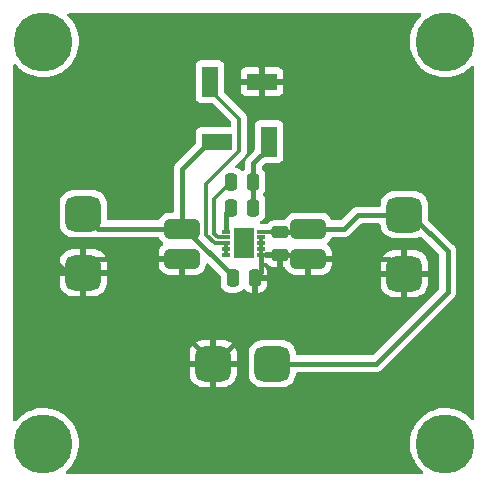
<source format=gtl>
%TF.GenerationSoftware,KiCad,Pcbnew,(6.0.2)*%
%TF.CreationDate,2022-04-05T13:44:54-03:00*%
%TF.ProjectId,EM8900,454d3839-3030-42e6-9b69-6361645f7063,rev?*%
%TF.SameCoordinates,PX5f5e100PY8583b00*%
%TF.FileFunction,Copper,L1,Top*%
%TF.FilePolarity,Positive*%
%FSLAX46Y46*%
G04 Gerber Fmt 4.6, Leading zero omitted, Abs format (unit mm)*
G04 Created by KiCad (PCBNEW (6.0.2)) date 2022-04-05 13:44:54*
%MOMM*%
%LPD*%
G01*
G04 APERTURE LIST*
G04 Aperture macros list*
%AMRoundRect*
0 Rectangle with rounded corners*
0 $1 Rounding radius*
0 $2 $3 $4 $5 $6 $7 $8 $9 X,Y pos of 4 corners*
0 Add a 4 corners polygon primitive as box body*
4,1,4,$2,$3,$4,$5,$6,$7,$8,$9,$2,$3,0*
0 Add four circle primitives for the rounded corners*
1,1,$1+$1,$2,$3*
1,1,$1+$1,$4,$5*
1,1,$1+$1,$6,$7*
1,1,$1+$1,$8,$9*
0 Add four rect primitives between the rounded corners*
20,1,$1+$1,$2,$3,$4,$5,0*
20,1,$1+$1,$4,$5,$6,$7,0*
20,1,$1+$1,$6,$7,$8,$9,0*
20,1,$1+$1,$8,$9,$2,$3,0*%
G04 Aperture macros list end*
%TA.AperFunction,SMDPad,CuDef*%
%ADD10RoundRect,0.250000X-0.250000X-0.475000X0.250000X-0.475000X0.250000X0.475000X-0.250000X0.475000X0*%
%TD*%
%TA.AperFunction,SMDPad,CuDef*%
%ADD11RoundRect,0.250000X0.475000X-0.250000X0.475000X0.250000X-0.475000X0.250000X-0.475000X-0.250000X0*%
%TD*%
%TA.AperFunction,SMDPad,CuDef*%
%ADD12R,0.800000X0.300000*%
%TD*%
%TA.AperFunction,SMDPad,CuDef*%
%ADD13R,1.800000X2.500000*%
%TD*%
%TA.AperFunction,ComponentPad*%
%ADD14RoundRect,0.750000X-0.750000X0.750000X-0.750000X-0.750000X0.750000X-0.750000X0.750000X0.750000X0*%
%TD*%
%TA.AperFunction,ComponentPad*%
%ADD15RoundRect,0.425000X-1.075000X-0.425000X1.075000X-0.425000X1.075000X0.425000X-1.075000X0.425000X0*%
%TD*%
%TA.AperFunction,SMDPad,CuDef*%
%ADD16R,1.400000X2.600000*%
%TD*%
%TA.AperFunction,SMDPad,CuDef*%
%ADD17R,2.600000X1.400000*%
%TD*%
%TA.AperFunction,ComponentPad*%
%ADD18RoundRect,0.750000X0.750000X-0.750000X0.750000X0.750000X-0.750000X0.750000X-0.750000X-0.750000X0*%
%TD*%
%TA.AperFunction,SMDPad,CuDef*%
%ADD19RoundRect,0.250000X0.250000X0.475000X-0.250000X0.475000X-0.250000X-0.475000X0.250000X-0.475000X0*%
%TD*%
%TA.AperFunction,ComponentPad*%
%ADD20RoundRect,0.750000X0.750000X0.750000X-0.750000X0.750000X-0.750000X-0.750000X0.750000X-0.750000X0*%
%TD*%
%TA.AperFunction,ComponentPad*%
%ADD21C,5.000000*%
%TD*%
%TA.AperFunction,Conductor*%
%ADD22C,0.400000*%
%TD*%
%TA.AperFunction,Conductor*%
%ADD23C,0.300000*%
%TD*%
G04 APERTURE END LIST*
D10*
X18938000Y23033000D03*
X20838000Y23033000D03*
X18938000Y25192000D03*
X20838000Y25192000D03*
D11*
X23063000Y19035000D03*
X23063000Y20935000D03*
D12*
X18500000Y21000000D03*
X18500000Y20500000D03*
X18500000Y20000000D03*
X18500000Y19500000D03*
X18500000Y19000000D03*
X21500000Y19000000D03*
X21500000Y19500000D03*
X21500000Y20000000D03*
X21500000Y20500000D03*
X21500000Y21000000D03*
D13*
X20000000Y20000000D03*
D14*
X6426000Y22525000D03*
X6426000Y17525000D03*
D15*
X14808000Y21255000D03*
X14808000Y18715000D03*
X25476000Y21255000D03*
X25476000Y18715000D03*
D16*
X22150000Y28621000D03*
D17*
X21550000Y33701000D03*
D16*
X17150000Y33701000D03*
D17*
X17750000Y28621000D03*
D18*
X33604000Y17445000D03*
X33604000Y22445000D03*
D19*
X20965000Y17064000D03*
X19065000Y17064000D03*
D20*
X22428000Y9825000D03*
X17428000Y9825000D03*
D21*
X3048000Y3048000D03*
X37084000Y37084000D03*
X3048000Y37084000D03*
X37084000Y3048000D03*
D22*
X15062000Y21255000D02*
X14808000Y21255000D01*
X19065000Y17064000D02*
X19065000Y17252000D01*
X17094000Y28621000D02*
X17750000Y28621000D01*
X7696000Y21255000D02*
X6426000Y22525000D01*
X14808000Y26335000D02*
X17094000Y28621000D01*
X19065000Y17252000D02*
X15062000Y21255000D01*
X14808000Y21255000D02*
X7696000Y21255000D01*
X14808000Y21255000D02*
X14808000Y26335000D01*
X32334000Y18715000D02*
X33604000Y17445000D01*
X5076000Y17525000D02*
X6426000Y17525000D01*
X23190000Y19035000D02*
X25029000Y19035000D01*
X7616000Y18715000D02*
X6426000Y17525000D01*
X21500000Y17599000D02*
X21500000Y19000000D01*
X21550000Y34833000D02*
X19634000Y36749000D01*
X3124000Y27351000D02*
X3124000Y19477000D01*
X14808000Y12492000D02*
X17475000Y9825000D01*
X3124000Y19477000D02*
X5076000Y17525000D01*
X23155000Y19000000D02*
X23190000Y19035000D01*
D23*
X21500000Y20500000D02*
X21500000Y19000000D01*
D22*
X12522000Y36749000D02*
X3124000Y27351000D01*
X20965000Y17064000D02*
X20965000Y13315000D01*
X20965000Y17064000D02*
X21500000Y17599000D01*
X20965000Y13315000D02*
X17475000Y9825000D01*
X21550000Y33701000D02*
X21550000Y34833000D01*
X25349000Y18715000D02*
X32334000Y18715000D01*
X25029000Y19035000D02*
X25349000Y18715000D01*
X19634000Y36749000D02*
X12522000Y36749000D01*
X14808000Y18715000D02*
X14808000Y12492000D01*
X14808000Y18715000D02*
X7616000Y18715000D01*
X20838000Y25192000D02*
X20838000Y26777000D01*
X22150000Y28089000D02*
X22150000Y28621000D01*
X20838000Y26777000D02*
X22150000Y28089000D01*
X20838000Y23033000D02*
X20838000Y25192000D01*
X18500000Y22595000D02*
X18500000Y21050001D01*
X18938000Y23033000D02*
X18500000Y22595000D01*
D23*
X17475000Y23729000D02*
X18938000Y25192000D01*
X17800000Y20500000D02*
X17475000Y20825000D01*
X17475000Y20825000D02*
X17475000Y23729000D01*
X18500000Y20500000D02*
X17800000Y20500000D01*
D22*
X22475000Y9825000D02*
X31191000Y9825000D01*
X37287000Y19350000D02*
X34192000Y22445000D01*
D23*
X21500000Y21000000D02*
X23125000Y21000000D01*
D22*
X23190000Y20935000D02*
X25029000Y20935000D01*
X37287000Y15921000D02*
X37287000Y19350000D01*
X34192000Y22445000D02*
X33604000Y22445000D01*
X28524000Y21255000D02*
X29667000Y22398000D01*
X29667000Y22398000D02*
X33557000Y22398000D01*
X33557000Y22398000D02*
X33604000Y22445000D01*
X25029000Y20935000D02*
X25349000Y21255000D01*
X25349000Y21255000D02*
X28524000Y21255000D01*
D23*
X23125000Y21000000D02*
X23190000Y20935000D01*
D22*
X31191000Y9825000D02*
X37287000Y15921000D01*
D23*
X18500000Y20000000D02*
X18500000Y19000000D01*
X18500000Y20000000D02*
X17592880Y20000000D01*
X16840000Y20752880D02*
X16840000Y25065000D01*
X19634000Y27859000D02*
X19634000Y30526000D01*
X17150000Y33010000D02*
X17150000Y33701000D01*
X19634000Y30526000D02*
X17150000Y33010000D01*
X16840000Y25065000D02*
X19634000Y27859000D01*
X17592880Y20000000D02*
X16840000Y20752880D01*
%TA.AperFunction,Conductor*%
G36*
X35000381Y39471998D02*
G01*
X35046874Y39418342D01*
X35056978Y39348068D01*
X35027484Y39283488D01*
X35021822Y39277373D01*
X34823466Y39076929D01*
X34821225Y39074071D01*
X34764732Y39002022D01*
X34609386Y38803902D01*
X34607493Y38800813D01*
X34607491Y38800810D01*
X34561233Y38725324D01*
X34428105Y38508079D01*
X34426580Y38504794D01*
X34426578Y38504790D01*
X34387505Y38420614D01*
X34282027Y38193380D01*
X34173087Y37863977D01*
X34102730Y37524236D01*
X34071888Y37178659D01*
X34071983Y37175029D01*
X34071983Y37175028D01*
X34074367Y37084000D01*
X34080970Y36831829D01*
X34129856Y36488340D01*
X34217897Y36152747D01*
X34343927Y35829497D01*
X34345624Y35826292D01*
X34479113Y35574175D01*
X34506275Y35522874D01*
X34508325Y35519891D01*
X34508327Y35519888D01*
X34700733Y35239936D01*
X34700739Y35239929D01*
X34702790Y35236944D01*
X34705178Y35234207D01*
X34908597Y35001023D01*
X34930866Y34975495D01*
X34933551Y34973052D01*
X35143268Y34782225D01*
X35187481Y34741994D01*
X35469233Y34539534D01*
X35772388Y34370800D01*
X36092928Y34238028D01*
X36096422Y34237033D01*
X36096424Y34237032D01*
X36423103Y34143975D01*
X36423108Y34143974D01*
X36426604Y34142978D01*
X36623304Y34110767D01*
X36765412Y34087496D01*
X36765419Y34087495D01*
X36768993Y34086910D01*
X36942275Y34078738D01*
X37111931Y34070737D01*
X37111932Y34070737D01*
X37115558Y34070566D01*
X37124415Y34071170D01*
X37458073Y34093916D01*
X37458081Y34093917D01*
X37461704Y34094164D01*
X37465279Y34094827D01*
X37465282Y34094827D01*
X37799279Y34156730D01*
X37799283Y34156731D01*
X37802844Y34157391D01*
X38134456Y34259408D01*
X38452145Y34398864D01*
X38543909Y34452486D01*
X38748560Y34572074D01*
X38748562Y34572075D01*
X38751700Y34573909D01*
X38859236Y34654649D01*
X39026244Y34780042D01*
X39026248Y34780045D01*
X39029151Y34782225D01*
X39259715Y35001023D01*
X39279267Y35019577D01*
X39342449Y35051959D01*
X39413108Y35045043D01*
X39468810Y35001023D01*
X39492000Y34928180D01*
X39492000Y5197102D01*
X39471998Y5128981D01*
X39418342Y5082488D01*
X39348068Y5072384D01*
X39283488Y5101878D01*
X39273712Y5111319D01*
X39169842Y5223096D01*
X38906019Y5448422D01*
X38618047Y5641931D01*
X38309741Y5801060D01*
X37985189Y5923698D01*
X37981668Y5924582D01*
X37981663Y5924584D01*
X37820378Y5965096D01*
X37648692Y6008220D01*
X37626476Y6011145D01*
X37308315Y6053032D01*
X37308307Y6053033D01*
X37304711Y6053506D01*
X37160045Y6055779D01*
X36961446Y6058899D01*
X36961442Y6058899D01*
X36957804Y6058956D01*
X36954190Y6058595D01*
X36954184Y6058595D01*
X36710843Y6034306D01*
X36612569Y6024497D01*
X36273583Y5950586D01*
X36270156Y5949413D01*
X36270150Y5949411D01*
X36191296Y5922413D01*
X35945339Y5838203D01*
X35632188Y5688837D01*
X35338279Y5504468D01*
X35335443Y5502196D01*
X35335436Y5502191D01*
X35091384Y5306668D01*
X35067509Y5287541D01*
X34823466Y5040929D01*
X34821225Y5038071D01*
X34764732Y4966022D01*
X34609386Y4767902D01*
X34607493Y4764813D01*
X34607491Y4764810D01*
X34561233Y4689324D01*
X34428105Y4472079D01*
X34426580Y4468794D01*
X34426578Y4468790D01*
X34387505Y4384614D01*
X34282027Y4157380D01*
X34173087Y3827977D01*
X34102730Y3488236D01*
X34071888Y3142659D01*
X34071983Y3139029D01*
X34071983Y3139028D01*
X34074367Y3048000D01*
X34080970Y2795829D01*
X34129856Y2452340D01*
X34217897Y2116747D01*
X34343927Y1793497D01*
X34345624Y1790292D01*
X34479113Y1538175D01*
X34506275Y1486874D01*
X34508325Y1483891D01*
X34508327Y1483888D01*
X34700733Y1203936D01*
X34700739Y1203929D01*
X34702790Y1200944D01*
X34705178Y1198207D01*
X34908597Y965023D01*
X34930866Y939495D01*
X35164184Y727193D01*
X35201105Y666553D01*
X35199382Y595578D01*
X35159560Y536801D01*
X35094282Y508884D01*
X35079383Y508000D01*
X5053534Y508000D01*
X4985413Y528002D01*
X4938920Y581658D01*
X4928816Y651932D01*
X4958310Y716512D01*
X4977881Y734760D01*
X4990244Y744042D01*
X4990248Y744045D01*
X4993151Y746225D01*
X5244819Y985050D01*
X5467370Y1251217D01*
X5657853Y1541201D01*
X5786446Y1796879D01*
X5812117Y1847920D01*
X5812120Y1847928D01*
X5813744Y1851156D01*
X5932977Y2176974D01*
X5933822Y2180496D01*
X5933825Y2180504D01*
X6013124Y2510809D01*
X6013125Y2510813D01*
X6013971Y2514338D01*
X6048035Y2795829D01*
X6055316Y2855996D01*
X6055316Y2856003D01*
X6055652Y2858775D01*
X6061599Y3048000D01*
X6061438Y3050796D01*
X6041836Y3390754D01*
X6041835Y3390759D01*
X6041627Y3394374D01*
X5981976Y3736158D01*
X5883437Y4068820D01*
X5747316Y4387952D01*
X5697569Y4475169D01*
X5577208Y4686184D01*
X5575417Y4689324D01*
X5370018Y4968940D01*
X5133842Y5223096D01*
X4870019Y5448422D01*
X4582047Y5641931D01*
X4273741Y5801060D01*
X3949189Y5923698D01*
X3945668Y5924582D01*
X3945663Y5924584D01*
X3784378Y5965096D01*
X3612692Y6008220D01*
X3590476Y6011145D01*
X3272315Y6053032D01*
X3272307Y6053033D01*
X3268711Y6053506D01*
X3124045Y6055779D01*
X2925446Y6058899D01*
X2925442Y6058899D01*
X2921804Y6058956D01*
X2918190Y6058595D01*
X2918184Y6058595D01*
X2674843Y6034306D01*
X2576569Y6024497D01*
X2237583Y5950586D01*
X2234156Y5949413D01*
X2234150Y5949411D01*
X2155296Y5922413D01*
X1909339Y5838203D01*
X1596188Y5688837D01*
X1302279Y5504468D01*
X1299443Y5502196D01*
X1299436Y5502191D01*
X1055384Y5306668D01*
X1031509Y5287541D01*
X787466Y5040929D01*
X785225Y5038071D01*
X733154Y4971662D01*
X675381Y4930397D01*
X604470Y4926917D01*
X542934Y4962328D01*
X510311Y5025385D01*
X508000Y5049408D01*
X508000Y9015039D01*
X15420001Y9015039D01*
X15420209Y9009929D01*
X15431082Y8876233D01*
X15432852Y8865680D01*
X15485967Y8658815D01*
X15489701Y8648269D01*
X15578510Y8454295D01*
X15584046Y8444588D01*
X15705803Y8269403D01*
X15712976Y8260824D01*
X15863824Y8109976D01*
X15872403Y8102803D01*
X16047588Y7981046D01*
X16057295Y7975510D01*
X16251269Y7886701D01*
X16261815Y7882967D01*
X16468679Y7829853D01*
X16479234Y7828082D01*
X16612930Y7817207D01*
X16618036Y7817000D01*
X17155885Y7817000D01*
X17171124Y7821475D01*
X17172329Y7822865D01*
X17174000Y7830548D01*
X17174000Y7835116D01*
X17682000Y7835116D01*
X17686475Y7819877D01*
X17687865Y7818672D01*
X17695548Y7817001D01*
X18237961Y7817001D01*
X18243071Y7817209D01*
X18376767Y7828082D01*
X18387320Y7829852D01*
X18594185Y7882967D01*
X18604731Y7886701D01*
X18798705Y7975510D01*
X18808412Y7981046D01*
X18983597Y8102803D01*
X18992176Y8109976D01*
X19143024Y8260824D01*
X19150197Y8269403D01*
X19271954Y8444588D01*
X19277490Y8454295D01*
X19366299Y8648269D01*
X19370033Y8658815D01*
X19423147Y8865679D01*
X19424918Y8876234D01*
X19435793Y9009930D01*
X19436000Y9015036D01*
X19436000Y9552885D01*
X19431525Y9568124D01*
X19430135Y9569329D01*
X19422452Y9571000D01*
X17700115Y9571000D01*
X17684876Y9566525D01*
X17683671Y9565135D01*
X17682000Y9557452D01*
X17682000Y7835116D01*
X17174000Y7835116D01*
X17174000Y9552885D01*
X17169525Y9568124D01*
X17168135Y9569329D01*
X17160452Y9571000D01*
X15438116Y9571000D01*
X15422877Y9566525D01*
X15421672Y9565135D01*
X15420001Y9557452D01*
X15420001Y9015039D01*
X508000Y9015039D01*
X508000Y10097115D01*
X15420000Y10097115D01*
X15424475Y10081876D01*
X15425865Y10080671D01*
X15433548Y10079000D01*
X17155885Y10079000D01*
X17171124Y10083475D01*
X17172329Y10084865D01*
X17174000Y10092548D01*
X17174000Y10097115D01*
X17682000Y10097115D01*
X17686475Y10081876D01*
X17687865Y10080671D01*
X17695548Y10079000D01*
X19417884Y10079000D01*
X19433123Y10083475D01*
X19434328Y10084865D01*
X19435999Y10092548D01*
X19435999Y10634961D01*
X19435791Y10640071D01*
X19424918Y10773767D01*
X19423148Y10784320D01*
X19370033Y10991185D01*
X19366299Y11001731D01*
X19277490Y11195705D01*
X19271954Y11205412D01*
X19150197Y11380597D01*
X19143024Y11389176D01*
X18992176Y11540024D01*
X18983597Y11547197D01*
X18808412Y11668954D01*
X18798705Y11674490D01*
X18604731Y11763299D01*
X18594185Y11767033D01*
X18387321Y11820147D01*
X18376766Y11821918D01*
X18243070Y11832793D01*
X18237964Y11833000D01*
X17700115Y11833000D01*
X17684876Y11828525D01*
X17683671Y11827135D01*
X17682000Y11819452D01*
X17682000Y10097115D01*
X17174000Y10097115D01*
X17174000Y11814884D01*
X17169525Y11830123D01*
X17168135Y11831328D01*
X17160452Y11832999D01*
X16618039Y11832999D01*
X16612929Y11832791D01*
X16479233Y11821918D01*
X16468680Y11820148D01*
X16261815Y11767033D01*
X16251269Y11763299D01*
X16057295Y11674490D01*
X16047588Y11668954D01*
X15872403Y11547197D01*
X15863824Y11540024D01*
X15712976Y11389176D01*
X15705803Y11380597D01*
X15584046Y11205412D01*
X15578510Y11195705D01*
X15489701Y11001731D01*
X15485967Y10991185D01*
X15432853Y10784321D01*
X15431082Y10773766D01*
X15420207Y10640070D01*
X15420000Y10634964D01*
X15420000Y10097115D01*
X508000Y10097115D01*
X508000Y16715039D01*
X4418001Y16715039D01*
X4418209Y16709929D01*
X4429082Y16576233D01*
X4430852Y16565680D01*
X4483967Y16358815D01*
X4487701Y16348269D01*
X4576510Y16154295D01*
X4582046Y16144588D01*
X4703803Y15969403D01*
X4710976Y15960824D01*
X4861824Y15809976D01*
X4870403Y15802803D01*
X5045588Y15681046D01*
X5055295Y15675510D01*
X5249269Y15586701D01*
X5259815Y15582967D01*
X5466679Y15529853D01*
X5477234Y15528082D01*
X5610930Y15517207D01*
X5616036Y15517000D01*
X6153885Y15517000D01*
X6169124Y15521475D01*
X6170329Y15522865D01*
X6172000Y15530548D01*
X6172000Y15535116D01*
X6680000Y15535116D01*
X6684475Y15519877D01*
X6685865Y15518672D01*
X6693548Y15517001D01*
X7235961Y15517001D01*
X7241071Y15517209D01*
X7374767Y15528082D01*
X7385320Y15529852D01*
X7592185Y15582967D01*
X7602731Y15586701D01*
X7796705Y15675510D01*
X7806412Y15681046D01*
X7981597Y15802803D01*
X7990176Y15809976D01*
X8141024Y15960824D01*
X8148197Y15969403D01*
X8269954Y16144588D01*
X8275490Y16154295D01*
X8364299Y16348269D01*
X8368033Y16358815D01*
X8421147Y16565679D01*
X8422918Y16576234D01*
X8433793Y16709930D01*
X8434000Y16715036D01*
X8434000Y17252885D01*
X8429525Y17268124D01*
X8428135Y17269329D01*
X8420452Y17271000D01*
X6698115Y17271000D01*
X6682876Y17266525D01*
X6681671Y17265135D01*
X6680000Y17257452D01*
X6680000Y15535116D01*
X6172000Y15535116D01*
X6172000Y17252885D01*
X6167525Y17268124D01*
X6166135Y17269329D01*
X6158452Y17271000D01*
X4436116Y17271000D01*
X4420877Y17266525D01*
X4419672Y17265135D01*
X4418001Y17257452D01*
X4418001Y16715039D01*
X508000Y16715039D01*
X508000Y17797115D01*
X4418000Y17797115D01*
X4422475Y17781876D01*
X4423865Y17780671D01*
X4431548Y17779000D01*
X6153885Y17779000D01*
X6169124Y17783475D01*
X6170329Y17784865D01*
X6172000Y17792548D01*
X6172000Y17797115D01*
X6680000Y17797115D01*
X6684475Y17781876D01*
X6685865Y17780671D01*
X6693548Y17779000D01*
X8415884Y17779000D01*
X8431123Y17783475D01*
X8432328Y17784865D01*
X8433999Y17792548D01*
X8433999Y18227175D01*
X12800001Y18227175D01*
X12800195Y18222244D01*
X12805958Y18148997D01*
X12807905Y18137668D01*
X12855464Y17960175D01*
X12860168Y17947921D01*
X12943214Y17784934D01*
X12950364Y17773923D01*
X13065485Y17631762D01*
X13074762Y17622485D01*
X13216923Y17507364D01*
X13227934Y17500214D01*
X13390921Y17417168D01*
X13403175Y17412464D01*
X13580666Y17364905D01*
X13591999Y17362958D01*
X13665246Y17357193D01*
X13670172Y17357000D01*
X14535885Y17357000D01*
X14551124Y17361475D01*
X14552329Y17362865D01*
X14554000Y17370548D01*
X14554000Y18442885D01*
X14549525Y18458124D01*
X14548135Y18459329D01*
X14540452Y18461000D01*
X12818116Y18461000D01*
X12802877Y18456525D01*
X12801672Y18455135D01*
X12800001Y18447452D01*
X12800001Y18227175D01*
X8433999Y18227175D01*
X8433999Y18334961D01*
X8433791Y18340071D01*
X8422918Y18473767D01*
X8421148Y18484320D01*
X8368033Y18691185D01*
X8364299Y18701731D01*
X8275490Y18895705D01*
X8269954Y18905412D01*
X8148197Y19080597D01*
X8141024Y19089176D01*
X7990176Y19240024D01*
X7981597Y19247197D01*
X7806412Y19368954D01*
X7796705Y19374490D01*
X7602731Y19463299D01*
X7592185Y19467033D01*
X7385321Y19520147D01*
X7374766Y19521918D01*
X7241070Y19532793D01*
X7235964Y19533000D01*
X6698115Y19533000D01*
X6682876Y19528525D01*
X6681671Y19527135D01*
X6680000Y19519452D01*
X6680000Y17797115D01*
X6172000Y17797115D01*
X6172000Y19514884D01*
X6167525Y19530123D01*
X6166135Y19531328D01*
X6158452Y19532999D01*
X5616039Y19532999D01*
X5610929Y19532791D01*
X5477233Y19521918D01*
X5466680Y19520148D01*
X5259815Y19467033D01*
X5249269Y19463299D01*
X5055295Y19374490D01*
X5045588Y19368954D01*
X4870403Y19247197D01*
X4861824Y19240024D01*
X4710976Y19089176D01*
X4703803Y19080597D01*
X4582046Y18905412D01*
X4576510Y18895705D01*
X4487701Y18701731D01*
X4483967Y18691185D01*
X4430853Y18484321D01*
X4429082Y18473766D01*
X4418207Y18340070D01*
X4418000Y18334964D01*
X4418000Y17797115D01*
X508000Y17797115D01*
X508000Y21712458D01*
X4417500Y21712458D01*
X4417707Y21709918D01*
X4417707Y21709908D01*
X4421889Y21658500D01*
X4429022Y21570800D01*
X4484890Y21353206D01*
X4578409Y21148945D01*
X4706620Y20964473D01*
X4865473Y20805620D01*
X4974865Y20729591D01*
X5043931Y20681589D01*
X5049945Y20677409D01*
X5254206Y20583890D01*
X5259638Y20582495D01*
X5259639Y20582495D01*
X5416288Y20542275D01*
X5471800Y20528022D01*
X5525705Y20523638D01*
X5610908Y20516707D01*
X5610918Y20516707D01*
X5613458Y20516500D01*
X7238542Y20516500D01*
X7241082Y20516707D01*
X7241092Y20516707D01*
X7301197Y20521596D01*
X7380200Y20528022D01*
X7385396Y20529356D01*
X7495376Y20557593D01*
X7543154Y20560473D01*
X7581859Y20555378D01*
X7588377Y20554346D01*
X7626770Y20547230D01*
X7651186Y20542705D01*
X7658766Y20543142D01*
X7658767Y20543142D01*
X7713380Y20546291D01*
X7720633Y20546500D01*
X12752546Y20546500D01*
X12820667Y20526498D01*
X12864812Y20477704D01*
X12945789Y20318779D01*
X13069280Y20166280D01*
X13172620Y20082597D01*
X13212970Y20024185D01*
X13215336Y19953228D01*
X13178963Y19892256D01*
X13172619Y19886759D01*
X13074762Y19807515D01*
X13065485Y19798238D01*
X12950364Y19656077D01*
X12943214Y19645066D01*
X12860168Y19482079D01*
X12855464Y19469825D01*
X12807905Y19292334D01*
X12805958Y19281001D01*
X12800193Y19207754D01*
X12800000Y19202827D01*
X12800000Y18987115D01*
X12804475Y18971876D01*
X12805865Y18970671D01*
X12813548Y18969000D01*
X14936000Y18969000D01*
X15004121Y18948998D01*
X15050614Y18895342D01*
X15062000Y18843000D01*
X15062000Y17375116D01*
X15066475Y17359877D01*
X15067865Y17358672D01*
X15075548Y17357001D01*
X15945825Y17357001D01*
X15950756Y17357195D01*
X16024003Y17362958D01*
X16035332Y17364905D01*
X16212825Y17412464D01*
X16225079Y17417168D01*
X16388066Y17500214D01*
X16399077Y17507364D01*
X16541238Y17622485D01*
X16550515Y17631762D01*
X16665636Y17773923D01*
X16672786Y17784934D01*
X16755832Y17947921D01*
X16760536Y17960175D01*
X16808095Y18137666D01*
X16810042Y18148999D01*
X16814571Y18206543D01*
X16839857Y18272885D01*
X16896995Y18315024D01*
X16967845Y18319583D01*
X17029278Y18285752D01*
X18019595Y17295435D01*
X18053621Y17233123D01*
X18056500Y17206340D01*
X18056500Y16538600D01*
X18056837Y16535354D01*
X18056837Y16535350D01*
X18066618Y16441086D01*
X18067474Y16432834D01*
X18123450Y16265054D01*
X18216522Y16114652D01*
X18341697Y15989695D01*
X18347927Y15985855D01*
X18347928Y15985854D01*
X18485288Y15901184D01*
X18492262Y15896885D01*
X18514820Y15889403D01*
X18653611Y15843368D01*
X18653613Y15843368D01*
X18660139Y15841203D01*
X18666975Y15840503D01*
X18666978Y15840502D01*
X18710031Y15836091D01*
X18764600Y15830500D01*
X19365400Y15830500D01*
X19368646Y15830837D01*
X19368650Y15830837D01*
X19464308Y15840762D01*
X19464312Y15840763D01*
X19471166Y15841474D01*
X19477702Y15843655D01*
X19477704Y15843655D01*
X19614826Y15889403D01*
X19638946Y15897450D01*
X19789348Y15990522D01*
X19914305Y16115697D01*
X19917102Y16120235D01*
X19974353Y16160824D01*
X20045276Y16164054D01*
X20106687Y16128428D01*
X20114062Y16119932D01*
X20122098Y16109793D01*
X20236829Y15995261D01*
X20248240Y15986249D01*
X20386243Y15901184D01*
X20399424Y15895037D01*
X20553710Y15843862D01*
X20567086Y15840995D01*
X20661438Y15831328D01*
X20667854Y15831000D01*
X20692885Y15831000D01*
X20708124Y15835475D01*
X20709329Y15836865D01*
X20711000Y15844548D01*
X20711000Y15849116D01*
X21219000Y15849116D01*
X21223475Y15833877D01*
X21224865Y15832672D01*
X21232548Y15831001D01*
X21262095Y15831001D01*
X21268614Y15831338D01*
X21364206Y15841257D01*
X21377600Y15844149D01*
X21531784Y15895588D01*
X21544962Y15901761D01*
X21682807Y15987063D01*
X21694208Y15996099D01*
X21808739Y16110829D01*
X21817751Y16122240D01*
X21902816Y16260243D01*
X21908963Y16273424D01*
X21960138Y16427710D01*
X21963005Y16441086D01*
X21972672Y16535438D01*
X21973000Y16541854D01*
X21973000Y16635039D01*
X31596001Y16635039D01*
X31596209Y16629929D01*
X31607082Y16496233D01*
X31608852Y16485680D01*
X31661967Y16278815D01*
X31665701Y16268269D01*
X31754510Y16074295D01*
X31760046Y16064588D01*
X31881803Y15889403D01*
X31888976Y15880824D01*
X32039824Y15729976D01*
X32048403Y15722803D01*
X32223588Y15601046D01*
X32233295Y15595510D01*
X32427269Y15506701D01*
X32437815Y15502967D01*
X32644679Y15449853D01*
X32655234Y15448082D01*
X32788930Y15437207D01*
X32794036Y15437000D01*
X33331885Y15437000D01*
X33347124Y15441475D01*
X33348329Y15442865D01*
X33350000Y15450548D01*
X33350000Y15455116D01*
X33858000Y15455116D01*
X33862475Y15439877D01*
X33863865Y15438672D01*
X33871548Y15437001D01*
X34413961Y15437001D01*
X34419071Y15437209D01*
X34552767Y15448082D01*
X34563320Y15449852D01*
X34770185Y15502967D01*
X34780731Y15506701D01*
X34974705Y15595510D01*
X34984412Y15601046D01*
X35159597Y15722803D01*
X35168176Y15729976D01*
X35319024Y15880824D01*
X35326197Y15889403D01*
X35447954Y16064588D01*
X35453490Y16074295D01*
X35542299Y16268269D01*
X35546033Y16278815D01*
X35599147Y16485679D01*
X35600918Y16496234D01*
X35611793Y16629930D01*
X35612000Y16635036D01*
X35612000Y17172885D01*
X35607525Y17188124D01*
X35606135Y17189329D01*
X35598452Y17191000D01*
X33876115Y17191000D01*
X33860876Y17186525D01*
X33859671Y17185135D01*
X33858000Y17177452D01*
X33858000Y15455116D01*
X33350000Y15455116D01*
X33350000Y17172885D01*
X33345525Y17188124D01*
X33344135Y17189329D01*
X33336452Y17191000D01*
X31614116Y17191000D01*
X31598877Y17186525D01*
X31597672Y17185135D01*
X31596001Y17177452D01*
X31596001Y16635039D01*
X21973000Y16635039D01*
X21973000Y16791885D01*
X21968525Y16807124D01*
X21967135Y16808329D01*
X21959452Y16810000D01*
X21237115Y16810000D01*
X21221876Y16805525D01*
X21220671Y16804135D01*
X21219000Y16796452D01*
X21219000Y15849116D01*
X20711000Y15849116D01*
X20711000Y17192000D01*
X20731002Y17260121D01*
X20784658Y17306614D01*
X20837000Y17318000D01*
X21954884Y17318000D01*
X21970123Y17322475D01*
X21971328Y17323865D01*
X21972999Y17331548D01*
X21972999Y17586095D01*
X21972662Y17592614D01*
X21962743Y17688206D01*
X21959851Y17701600D01*
X21908412Y17855784D01*
X21902239Y17868962D01*
X21816937Y18006807D01*
X21807901Y18018208D01*
X21699092Y18126828D01*
X21665013Y18189111D01*
X21670016Y18259931D01*
X21712513Y18316804D01*
X21779012Y18341672D01*
X21788110Y18342001D01*
X21906700Y18342001D01*
X21974821Y18321999D01*
X21995718Y18305174D01*
X22109829Y18191261D01*
X22121240Y18182249D01*
X22259243Y18097184D01*
X22272424Y18091037D01*
X22426710Y18039862D01*
X22440086Y18036995D01*
X22534438Y18027328D01*
X22540854Y18027000D01*
X22790885Y18027000D01*
X22806124Y18031475D01*
X22807329Y18032865D01*
X22809000Y18040548D01*
X22809000Y18762885D01*
X22804525Y18778124D01*
X22803135Y18779329D01*
X22795452Y18781000D01*
X21899263Y18781000D01*
X21831142Y18801002D01*
X21808208Y18827470D01*
X21784135Y18848329D01*
X21776452Y18850000D01*
X21668115Y18850000D01*
X21652877Y18845526D01*
X21652844Y18845488D01*
X21593118Y18807104D01*
X21557619Y18802000D01*
X21534500Y18802000D01*
X21466379Y18822002D01*
X21419886Y18875658D01*
X21408500Y18928000D01*
X21408500Y19114240D01*
X21428502Y19182361D01*
X21482158Y19228854D01*
X21552432Y19238958D01*
X21617012Y19209464D01*
X21652003Y19155018D01*
X21655865Y19151671D01*
X21663548Y19150000D01*
X21771885Y19150000D01*
X21787124Y19154475D01*
X21788329Y19155865D01*
X21792879Y19176783D01*
X21793977Y19176544D01*
X21810002Y19231121D01*
X21863658Y19277614D01*
X21916000Y19289000D01*
X23191000Y19289000D01*
X23259121Y19268998D01*
X23305614Y19215342D01*
X23317000Y19163000D01*
X23317000Y18045116D01*
X23321475Y18029877D01*
X23322865Y18028672D01*
X23330548Y18027001D01*
X23411215Y18027001D01*
X23479336Y18006999D01*
X23525829Y17953343D01*
X23527812Y17948620D01*
X23611214Y17784934D01*
X23618364Y17773923D01*
X23733485Y17631762D01*
X23742762Y17622485D01*
X23884923Y17507364D01*
X23895934Y17500214D01*
X24058921Y17417168D01*
X24071175Y17412464D01*
X24248666Y17364905D01*
X24259999Y17362958D01*
X24333246Y17357193D01*
X24338172Y17357000D01*
X25203885Y17357000D01*
X25219124Y17361475D01*
X25220329Y17362865D01*
X25222000Y17370548D01*
X25222000Y17375116D01*
X25730000Y17375116D01*
X25734475Y17359877D01*
X25735865Y17358672D01*
X25743548Y17357001D01*
X26613825Y17357001D01*
X26618756Y17357195D01*
X26692003Y17362958D01*
X26703332Y17364905D01*
X26880825Y17412464D01*
X26893079Y17417168D01*
X27056066Y17500214D01*
X27067077Y17507364D01*
X27209238Y17622485D01*
X27218515Y17631762D01*
X27287633Y17717115D01*
X31596000Y17717115D01*
X31600475Y17701876D01*
X31601865Y17700671D01*
X31609548Y17699000D01*
X33331885Y17699000D01*
X33347124Y17703475D01*
X33348329Y17704865D01*
X33350000Y17712548D01*
X33350000Y17717115D01*
X33858000Y17717115D01*
X33862475Y17701876D01*
X33863865Y17700671D01*
X33871548Y17699000D01*
X35593884Y17699000D01*
X35609123Y17703475D01*
X35610328Y17704865D01*
X35611999Y17712548D01*
X35611999Y18254961D01*
X35611791Y18260071D01*
X35600918Y18393767D01*
X35599148Y18404320D01*
X35546033Y18611185D01*
X35542299Y18621731D01*
X35453490Y18815705D01*
X35447954Y18825412D01*
X35326197Y19000597D01*
X35319024Y19009176D01*
X35168176Y19160024D01*
X35159597Y19167197D01*
X34984412Y19288954D01*
X34974705Y19294490D01*
X34780731Y19383299D01*
X34770185Y19387033D01*
X34563321Y19440147D01*
X34552766Y19441918D01*
X34419070Y19452793D01*
X34413964Y19453000D01*
X33876115Y19453000D01*
X33860876Y19448525D01*
X33859671Y19447135D01*
X33858000Y19439452D01*
X33858000Y17717115D01*
X33350000Y17717115D01*
X33350000Y19434884D01*
X33345525Y19450123D01*
X33344135Y19451328D01*
X33336452Y19452999D01*
X32794039Y19452999D01*
X32788929Y19452791D01*
X32655233Y19441918D01*
X32644680Y19440148D01*
X32437815Y19387033D01*
X32427269Y19383299D01*
X32233295Y19294490D01*
X32223588Y19288954D01*
X32048403Y19167197D01*
X32039824Y19160024D01*
X31888976Y19009176D01*
X31881803Y19000597D01*
X31760046Y18825412D01*
X31754510Y18815705D01*
X31665701Y18621731D01*
X31661967Y18611185D01*
X31608853Y18404321D01*
X31607082Y18393766D01*
X31596207Y18260070D01*
X31596000Y18254964D01*
X31596000Y17717115D01*
X27287633Y17717115D01*
X27333636Y17773923D01*
X27340786Y17784934D01*
X27423832Y17947921D01*
X27428536Y17960175D01*
X27476095Y18137666D01*
X27478042Y18148999D01*
X27483807Y18222246D01*
X27484000Y18227172D01*
X27484000Y18442885D01*
X27479525Y18458124D01*
X27478135Y18459329D01*
X27470452Y18461000D01*
X25748115Y18461000D01*
X25732876Y18456525D01*
X25731671Y18455135D01*
X25730000Y18447452D01*
X25730000Y17375116D01*
X25222000Y17375116D01*
X25222000Y18843000D01*
X25242002Y18911121D01*
X25295658Y18957614D01*
X25348000Y18969000D01*
X27465884Y18969000D01*
X27481123Y18973475D01*
X27482328Y18974865D01*
X27483999Y18982548D01*
X27483999Y19202825D01*
X27483805Y19207756D01*
X27478042Y19281003D01*
X27476095Y19292332D01*
X27428536Y19469825D01*
X27423832Y19482079D01*
X27340786Y19645066D01*
X27333636Y19656077D01*
X27218515Y19798238D01*
X27209238Y19807515D01*
X27111381Y19886759D01*
X27071029Y19945174D01*
X27068665Y20016131D01*
X27105038Y20077102D01*
X27111359Y20082580D01*
X27214720Y20166280D01*
X27338211Y20318779D01*
X27419188Y20477704D01*
X27467935Y20529318D01*
X27531454Y20546500D01*
X28495088Y20546500D01*
X28503658Y20546208D01*
X28553776Y20542791D01*
X28553780Y20542791D01*
X28561352Y20542275D01*
X28568829Y20543580D01*
X28568830Y20543580D01*
X28595308Y20548201D01*
X28624303Y20553262D01*
X28630821Y20554223D01*
X28694242Y20561898D01*
X28701343Y20564581D01*
X28703952Y20565222D01*
X28720262Y20569685D01*
X28722798Y20570450D01*
X28730284Y20571757D01*
X28788800Y20597444D01*
X28794904Y20599935D01*
X28796691Y20600610D01*
X28854656Y20622513D01*
X28860919Y20626817D01*
X28863285Y20628054D01*
X28878097Y20636299D01*
X28880351Y20637632D01*
X28887305Y20640685D01*
X28938002Y20679587D01*
X28943332Y20683459D01*
X28989720Y20715339D01*
X28989725Y20715344D01*
X28995981Y20719643D01*
X29001307Y20725620D01*
X29037427Y20766161D01*
X29042408Y20771438D01*
X29923567Y21652596D01*
X29985879Y21686621D01*
X30012662Y21689500D01*
X31474693Y21689500D01*
X31542814Y21669498D01*
X31589307Y21615842D01*
X31600278Y21573715D01*
X31607022Y21490800D01*
X31662890Y21273206D01*
X31756409Y21068945D01*
X31884620Y20884473D01*
X32043473Y20725620D01*
X32109718Y20679579D01*
X32195690Y20619827D01*
X32227945Y20597409D01*
X32432206Y20503890D01*
X32437638Y20502495D01*
X32437639Y20502495D01*
X32472202Y20493621D01*
X32649800Y20448022D01*
X32703705Y20443638D01*
X32788908Y20436707D01*
X32788918Y20436707D01*
X32791458Y20436500D01*
X34416542Y20436500D01*
X34419082Y20436707D01*
X34419092Y20436707D01*
X34504295Y20443638D01*
X34558200Y20448022D01*
X34735799Y20493621D01*
X34770361Y20502495D01*
X34770362Y20502495D01*
X34775794Y20503890D01*
X34868861Y20546500D01*
X34939919Y20579033D01*
X35010183Y20589204D01*
X35074792Y20559772D01*
X35081466Y20553564D01*
X36541595Y19093435D01*
X36575621Y19031123D01*
X36578500Y19004340D01*
X36578500Y16266660D01*
X36558498Y16198539D01*
X36541595Y16177565D01*
X30934435Y10570405D01*
X30872123Y10536379D01*
X30845340Y10533500D01*
X24561130Y10533500D01*
X24493009Y10553502D01*
X24446516Y10607158D01*
X24435545Y10649285D01*
X24425413Y10773849D01*
X24424978Y10779200D01*
X24369110Y10996794D01*
X24275591Y11201055D01*
X24147380Y11385527D01*
X23988527Y11544380D01*
X23804055Y11672591D01*
X23599794Y11766110D01*
X23409830Y11814884D01*
X23387396Y11820644D01*
X23387395Y11820644D01*
X23382200Y11821978D01*
X23318797Y11827135D01*
X23243092Y11833293D01*
X23243082Y11833293D01*
X23240542Y11833500D01*
X21615458Y11833500D01*
X21612918Y11833293D01*
X21612908Y11833293D01*
X21537203Y11827135D01*
X21473800Y11821978D01*
X21468605Y11820644D01*
X21468604Y11820644D01*
X21446170Y11814884D01*
X21256206Y11766110D01*
X21051945Y11672591D01*
X20867473Y11544380D01*
X20708620Y11385527D01*
X20580409Y11201055D01*
X20486890Y10996794D01*
X20431022Y10779200D01*
X20419500Y10637542D01*
X20419500Y9012458D01*
X20431022Y8870800D01*
X20486890Y8653206D01*
X20580409Y8448945D01*
X20708620Y8264473D01*
X20867473Y8105620D01*
X21051945Y7977409D01*
X21256206Y7883890D01*
X21261638Y7882495D01*
X21261639Y7882495D01*
X21466673Y7829852D01*
X21473800Y7828022D01*
X21527705Y7823638D01*
X21612908Y7816707D01*
X21612918Y7816707D01*
X21615458Y7816500D01*
X23240542Y7816500D01*
X23243082Y7816707D01*
X23243092Y7816707D01*
X23328295Y7823638D01*
X23382200Y7828022D01*
X23389328Y7829852D01*
X23594361Y7882495D01*
X23594362Y7882495D01*
X23599794Y7883890D01*
X23804055Y7977409D01*
X23988527Y8105620D01*
X24147380Y8264473D01*
X24275591Y8448945D01*
X24369110Y8653206D01*
X24424978Y8870800D01*
X24435545Y9000715D01*
X24461004Y9066990D01*
X24518252Y9108980D01*
X24561130Y9116500D01*
X31162088Y9116500D01*
X31170658Y9116208D01*
X31220776Y9112791D01*
X31220780Y9112791D01*
X31228352Y9112275D01*
X31235829Y9113580D01*
X31235830Y9113580D01*
X31262308Y9118201D01*
X31291303Y9123262D01*
X31297821Y9124223D01*
X31361242Y9131898D01*
X31368343Y9134581D01*
X31370952Y9135222D01*
X31387262Y9139685D01*
X31389798Y9140450D01*
X31397284Y9141757D01*
X31455800Y9167444D01*
X31461904Y9169935D01*
X31514548Y9189827D01*
X31514549Y9189828D01*
X31521656Y9192513D01*
X31527919Y9196817D01*
X31530285Y9198054D01*
X31545097Y9206299D01*
X31547351Y9207632D01*
X31554305Y9210685D01*
X31605002Y9249587D01*
X31610332Y9253459D01*
X31656720Y9285339D01*
X31656725Y9285344D01*
X31662981Y9289643D01*
X31704436Y9336171D01*
X31709416Y9341446D01*
X37767520Y15399550D01*
X37773785Y15405404D01*
X37774238Y15405799D01*
X37817385Y15443439D01*
X37854129Y15495720D01*
X37858061Y15501014D01*
X37892791Y15545307D01*
X37897476Y15551282D01*
X37900599Y15558198D01*
X37901983Y15560484D01*
X37910357Y15575165D01*
X37911622Y15577525D01*
X37915990Y15583739D01*
X37920580Y15595510D01*
X37939202Y15643275D01*
X37941759Y15649358D01*
X37953568Y15675510D01*
X37968045Y15707573D01*
X37969429Y15715040D01*
X37970230Y15717595D01*
X37974859Y15733848D01*
X37975522Y15736428D01*
X37978282Y15743509D01*
X37986622Y15806861D01*
X37987653Y15813368D01*
X37990829Y15830500D01*
X37999296Y15876186D01*
X37998236Y15894581D01*
X37995709Y15938392D01*
X37995500Y15945646D01*
X37995500Y19321088D01*
X37995792Y19329658D01*
X37999209Y19379776D01*
X37999209Y19379780D01*
X37999725Y19387352D01*
X37988738Y19450303D01*
X37987776Y19456825D01*
X37981014Y19512702D01*
X37980102Y19520242D01*
X37977419Y19527343D01*
X37976778Y19529952D01*
X37972315Y19546262D01*
X37971550Y19548798D01*
X37970243Y19556284D01*
X37944556Y19614800D01*
X37942065Y19620904D01*
X37922173Y19673548D01*
X37922172Y19673549D01*
X37919487Y19680656D01*
X37915183Y19686919D01*
X37913946Y19689285D01*
X37905701Y19704097D01*
X37904368Y19706351D01*
X37901315Y19713305D01*
X37862413Y19764002D01*
X37858541Y19769332D01*
X37826661Y19815720D01*
X37826656Y19815725D01*
X37822357Y19821981D01*
X37775829Y19863436D01*
X37770554Y19868416D01*
X35649405Y21989565D01*
X35615379Y22051877D01*
X35612500Y22078660D01*
X35612500Y23257542D01*
X35600978Y23399200D01*
X35545110Y23616794D01*
X35451591Y23821055D01*
X35323380Y24005527D01*
X35164527Y24164380D01*
X34980055Y24292591D01*
X34775794Y24386110D01*
X34716987Y24401209D01*
X34563396Y24440644D01*
X34563395Y24440644D01*
X34558200Y24441978D01*
X34504295Y24446362D01*
X34419092Y24453293D01*
X34419082Y24453293D01*
X34416542Y24453500D01*
X32791458Y24453500D01*
X32788918Y24453293D01*
X32788908Y24453293D01*
X32703705Y24446362D01*
X32649800Y24441978D01*
X32644605Y24440644D01*
X32644604Y24440644D01*
X32491013Y24401209D01*
X32432206Y24386110D01*
X32227945Y24292591D01*
X32043473Y24164380D01*
X31884620Y24005527D01*
X31756409Y23821055D01*
X31662890Y23616794D01*
X31607022Y23399200D01*
X31595500Y23257542D01*
X31595500Y23232500D01*
X31575498Y23164379D01*
X31521842Y23117886D01*
X31469500Y23106500D01*
X29695912Y23106500D01*
X29687342Y23106792D01*
X29637224Y23110209D01*
X29637220Y23110209D01*
X29629648Y23110725D01*
X29622171Y23109420D01*
X29622170Y23109420D01*
X29595692Y23104799D01*
X29566697Y23099738D01*
X29560179Y23098777D01*
X29496758Y23091102D01*
X29489657Y23088419D01*
X29487048Y23087778D01*
X29470738Y23083315D01*
X29468202Y23082550D01*
X29460716Y23081243D01*
X29453759Y23078189D01*
X29402205Y23055558D01*
X29396101Y23053067D01*
X29336344Y23030487D01*
X29330081Y23026183D01*
X29327715Y23024946D01*
X29312903Y23016701D01*
X29310649Y23015368D01*
X29303695Y23012315D01*
X29252998Y22973413D01*
X29247668Y22969541D01*
X29201280Y22937661D01*
X29201275Y22937656D01*
X29195019Y22933357D01*
X29189968Y22927687D01*
X29189966Y22927686D01*
X29153565Y22886830D01*
X29148584Y22881554D01*
X28267435Y22000405D01*
X28205123Y21966379D01*
X28178340Y21963500D01*
X27531454Y21963500D01*
X27463333Y21983502D01*
X27419187Y22032297D01*
X27416711Y22037158D01*
X27338211Y22191221D01*
X27214720Y22343720D01*
X27062221Y22467211D01*
X26887379Y22556298D01*
X26849499Y22566448D01*
X26703413Y22605592D01*
X26703409Y22605593D01*
X26697836Y22607086D01*
X26692080Y22607539D01*
X26618794Y22613307D01*
X26618785Y22613307D01*
X26616337Y22613500D01*
X25476462Y22613500D01*
X24335664Y22613499D01*
X24285780Y22609574D01*
X24259918Y22607539D01*
X24259915Y22607539D01*
X24254164Y22607086D01*
X24064621Y22556298D01*
X23889779Y22467211D01*
X23737280Y22343720D01*
X23613789Y22191221D01*
X23524702Y22016379D01*
X23523056Y22017217D01*
X23485412Y21967916D01*
X23418658Y21943741D01*
X23410868Y21943500D01*
X22537600Y21943500D01*
X22534354Y21943163D01*
X22534350Y21943163D01*
X22438692Y21933238D01*
X22438688Y21933237D01*
X22431834Y21932526D01*
X22425298Y21930345D01*
X22425296Y21930345D01*
X22309296Y21891644D01*
X22264054Y21876550D01*
X22113652Y21783478D01*
X22108479Y21778296D01*
X22025809Y21695482D01*
X21963526Y21661403D01*
X21936636Y21658500D01*
X21518962Y21658500D01*
X21450841Y21678502D01*
X21404348Y21732158D01*
X21394244Y21802432D01*
X21423738Y21867012D01*
X21452659Y21891644D01*
X21556120Y21955668D01*
X21562348Y21959522D01*
X21687305Y22084697D01*
X21780115Y22235262D01*
X21835797Y22403139D01*
X21846500Y22507600D01*
X21846500Y23558400D01*
X21841005Y23611361D01*
X21836238Y23657308D01*
X21836237Y23657312D01*
X21835526Y23664166D01*
X21824641Y23696794D01*
X21781868Y23824998D01*
X21779550Y23831946D01*
X21686478Y23982348D01*
X21681296Y23987521D01*
X21681292Y23987526D01*
X21645391Y24023365D01*
X21611312Y24085647D01*
X21616315Y24156467D01*
X21645236Y24201555D01*
X21682134Y24238517D01*
X21687305Y24243697D01*
X21766757Y24372591D01*
X21776275Y24388032D01*
X21776276Y24388034D01*
X21780115Y24394262D01*
X21835797Y24562139D01*
X21846500Y24666600D01*
X21846500Y25717400D01*
X21835526Y25823166D01*
X21779550Y25990946D01*
X21686478Y26141348D01*
X21583482Y26244165D01*
X21549403Y26306448D01*
X21546500Y26333338D01*
X21546500Y26431340D01*
X21566502Y26499461D01*
X21583405Y26520435D01*
X21838565Y26775595D01*
X21900877Y26809621D01*
X21927660Y26812500D01*
X22898134Y26812500D01*
X22960316Y26819255D01*
X23096705Y26870385D01*
X23213261Y26957739D01*
X23300615Y27074295D01*
X23351745Y27210684D01*
X23358500Y27272866D01*
X23358500Y29969134D01*
X23351745Y30031316D01*
X23300615Y30167705D01*
X23213261Y30284261D01*
X23096705Y30371615D01*
X22960316Y30422745D01*
X22898134Y30429500D01*
X21401866Y30429500D01*
X21339684Y30422745D01*
X21203295Y30371615D01*
X21086739Y30284261D01*
X20999385Y30167705D01*
X20948255Y30031316D01*
X20941500Y29969134D01*
X20941500Y27934660D01*
X20921498Y27866539D01*
X20904595Y27845565D01*
X20357480Y27298450D01*
X20351217Y27292599D01*
X20345809Y27287881D01*
X20303285Y27268288D01*
X20298869Y27244394D01*
X20289527Y27228826D01*
X20270873Y27202283D01*
X20266939Y27196986D01*
X20227524Y27146718D01*
X20224401Y27139802D01*
X20223017Y27137516D01*
X20214643Y27122835D01*
X20213378Y27120475D01*
X20209010Y27114261D01*
X20206250Y27107182D01*
X20206249Y27107180D01*
X20185798Y27054725D01*
X20183247Y27048656D01*
X20156955Y26990427D01*
X20155571Y26982960D01*
X20154770Y26980405D01*
X20150141Y26964152D01*
X20149478Y26961572D01*
X20146718Y26954491D01*
X20145727Y26946960D01*
X20145726Y26946958D01*
X20138379Y26891148D01*
X20137348Y26884641D01*
X20125704Y26821814D01*
X20126141Y26814234D01*
X20126141Y26814233D01*
X20129291Y26759608D01*
X20129500Y26752354D01*
X20129500Y26333480D01*
X20109498Y26265359D01*
X20092675Y26244464D01*
X19988695Y26140303D01*
X19986094Y26136084D01*
X19928970Y26095583D01*
X19858047Y26092351D01*
X19796635Y26127976D01*
X19790078Y26135530D01*
X19786478Y26141348D01*
X19661303Y26266305D01*
X19646500Y26275430D01*
X19516968Y26355275D01*
X19516966Y26355276D01*
X19510738Y26359115D01*
X19422087Y26388519D01*
X19370129Y26405753D01*
X19311769Y26446184D01*
X19284532Y26511748D01*
X19297065Y26581629D01*
X19320701Y26614441D01*
X20041605Y27335345D01*
X20050385Y27343335D01*
X20050387Y27343337D01*
X20057080Y27347584D01*
X20094590Y27387528D01*
X20147475Y27418601D01*
X20156751Y27450591D01*
X20161040Y27456886D01*
X20165549Y27463092D01*
X20170972Y27468867D01*
X20174788Y27475809D01*
X20174792Y27475814D01*
X20181303Y27487658D01*
X20192157Y27504182D01*
X20200445Y27514868D01*
X20205304Y27521132D01*
X20208452Y27528406D01*
X20223654Y27563535D01*
X20228876Y27574195D01*
X20247305Y27607716D01*
X20247306Y27607718D01*
X20251124Y27614663D01*
X20256459Y27635441D01*
X20262858Y27654131D01*
X20271380Y27673824D01*
X20278606Y27719448D01*
X20281013Y27731071D01*
X20290528Y27768132D01*
X20292500Y27775812D01*
X20292500Y27797259D01*
X20294051Y27816969D01*
X20296166Y27830323D01*
X20297406Y27838152D01*
X20293059Y27884141D01*
X20292500Y27895996D01*
X20292500Y30443944D01*
X20293059Y30455800D01*
X20293059Y30455803D01*
X20294788Y30463537D01*
X20292562Y30534369D01*
X20292500Y30538327D01*
X20292500Y30567432D01*
X20291944Y30571832D01*
X20291012Y30583670D01*
X20289811Y30621906D01*
X20289562Y30629831D01*
X20283580Y30650421D01*
X20279570Y30669784D01*
X20277875Y30683204D01*
X20277875Y30683205D01*
X20276882Y30691064D01*
X20273966Y30698429D01*
X20273965Y30698433D01*
X20259876Y30734018D01*
X20256031Y30745247D01*
X20245356Y30781990D01*
X20243145Y30789601D01*
X20232230Y30808057D01*
X20223531Y30825813D01*
X20223182Y30826693D01*
X20215635Y30845756D01*
X20188480Y30883132D01*
X20181965Y30893051D01*
X20162492Y30925977D01*
X20162489Y30925981D01*
X20158452Y30932807D01*
X20143291Y30947968D01*
X20130449Y30963003D01*
X20117841Y30980357D01*
X20082241Y31009808D01*
X20073462Y31017797D01*
X18395405Y32695855D01*
X18361379Y32758167D01*
X18358500Y32784950D01*
X18358500Y32956331D01*
X19742001Y32956331D01*
X19742371Y32949510D01*
X19747895Y32898648D01*
X19751521Y32883396D01*
X19796676Y32762946D01*
X19805214Y32747351D01*
X19881715Y32645276D01*
X19894276Y32632715D01*
X19996351Y32556214D01*
X20011946Y32547676D01*
X20132394Y32502522D01*
X20147649Y32498895D01*
X20198514Y32493369D01*
X20205328Y32493000D01*
X21277885Y32493000D01*
X21293124Y32497475D01*
X21294329Y32498865D01*
X21296000Y32506548D01*
X21296000Y32511116D01*
X21804000Y32511116D01*
X21808475Y32495877D01*
X21809865Y32494672D01*
X21817548Y32493001D01*
X22894669Y32493001D01*
X22901490Y32493371D01*
X22952352Y32498895D01*
X22967604Y32502521D01*
X23088054Y32547676D01*
X23103649Y32556214D01*
X23205724Y32632715D01*
X23218285Y32645276D01*
X23294786Y32747351D01*
X23303324Y32762946D01*
X23348478Y32883394D01*
X23352105Y32898649D01*
X23357631Y32949514D01*
X23358000Y32956328D01*
X23358000Y33428885D01*
X23353525Y33444124D01*
X23352135Y33445329D01*
X23344452Y33447000D01*
X21822115Y33447000D01*
X21806876Y33442525D01*
X21805671Y33441135D01*
X21804000Y33433452D01*
X21804000Y32511116D01*
X21296000Y32511116D01*
X21296000Y33428885D01*
X21291525Y33444124D01*
X21290135Y33445329D01*
X21282452Y33447000D01*
X19760116Y33447000D01*
X19744877Y33442525D01*
X19743672Y33441135D01*
X19742001Y33433452D01*
X19742001Y32956331D01*
X18358500Y32956331D01*
X18358500Y33973115D01*
X19742000Y33973115D01*
X19746475Y33957876D01*
X19747865Y33956671D01*
X19755548Y33955000D01*
X21277885Y33955000D01*
X21293124Y33959475D01*
X21294329Y33960865D01*
X21296000Y33968548D01*
X21296000Y33973115D01*
X21804000Y33973115D01*
X21808475Y33957876D01*
X21809865Y33956671D01*
X21817548Y33955000D01*
X23339884Y33955000D01*
X23355123Y33959475D01*
X23356328Y33960865D01*
X23357999Y33968548D01*
X23357999Y34445669D01*
X23357629Y34452490D01*
X23352105Y34503352D01*
X23348479Y34518604D01*
X23303324Y34639054D01*
X23294786Y34654649D01*
X23218285Y34756724D01*
X23205724Y34769285D01*
X23103649Y34845786D01*
X23088054Y34854324D01*
X22967606Y34899478D01*
X22952351Y34903105D01*
X22901486Y34908631D01*
X22894672Y34909000D01*
X21822115Y34909000D01*
X21806876Y34904525D01*
X21805671Y34903135D01*
X21804000Y34895452D01*
X21804000Y33973115D01*
X21296000Y33973115D01*
X21296000Y34890884D01*
X21291525Y34906123D01*
X21290135Y34907328D01*
X21282452Y34908999D01*
X20205331Y34908999D01*
X20198510Y34908629D01*
X20147648Y34903105D01*
X20132396Y34899479D01*
X20011946Y34854324D01*
X19996351Y34845786D01*
X19894276Y34769285D01*
X19881715Y34756724D01*
X19805214Y34654649D01*
X19796676Y34639054D01*
X19751522Y34518606D01*
X19747895Y34503351D01*
X19742369Y34452486D01*
X19742000Y34445672D01*
X19742000Y33973115D01*
X18358500Y33973115D01*
X18358500Y35049134D01*
X18351745Y35111316D01*
X18300615Y35247705D01*
X18213261Y35364261D01*
X18096705Y35451615D01*
X17960316Y35502745D01*
X17898134Y35509500D01*
X16401866Y35509500D01*
X16339684Y35502745D01*
X16203295Y35451615D01*
X16086739Y35364261D01*
X15999385Y35247705D01*
X15948255Y35111316D01*
X15941500Y35049134D01*
X15941500Y32352866D01*
X15948255Y32290684D01*
X15999385Y32154295D01*
X16086739Y32037739D01*
X16203295Y31950385D01*
X16339684Y31899255D01*
X16401866Y31892500D01*
X17284050Y31892500D01*
X17352171Y31872498D01*
X17373145Y31855595D01*
X18938595Y30290146D01*
X18972620Y30227834D01*
X18975500Y30201051D01*
X18975500Y29955500D01*
X18955498Y29887379D01*
X18901842Y29840886D01*
X18849500Y29829500D01*
X16401866Y29829500D01*
X16339684Y29822745D01*
X16203295Y29771615D01*
X16086739Y29684261D01*
X15999385Y29567705D01*
X15948255Y29431316D01*
X15941500Y29369134D01*
X15941500Y28522660D01*
X15921498Y28454539D01*
X15904595Y28433565D01*
X14327480Y26856450D01*
X14321215Y26850596D01*
X14277615Y26812561D01*
X14273248Y26806347D01*
X14240872Y26760281D01*
X14236939Y26754986D01*
X14197524Y26704718D01*
X14194401Y26697802D01*
X14193017Y26695516D01*
X14184643Y26680835D01*
X14183378Y26678475D01*
X14179010Y26672261D01*
X14176250Y26665182D01*
X14176249Y26665180D01*
X14155798Y26612725D01*
X14153247Y26606656D01*
X14126955Y26548427D01*
X14125571Y26540960D01*
X14124770Y26538405D01*
X14120141Y26522152D01*
X14119478Y26519572D01*
X14116718Y26512491D01*
X14115727Y26504960D01*
X14115726Y26504958D01*
X14108379Y26449148D01*
X14107348Y26442641D01*
X14095704Y26379814D01*
X14096141Y26372234D01*
X14096141Y26372233D01*
X14099291Y26317608D01*
X14099500Y26310354D01*
X14099500Y22739499D01*
X14079498Y22671378D01*
X14025842Y22624885D01*
X13973500Y22613499D01*
X13667664Y22613499D01*
X13617780Y22609574D01*
X13591918Y22607539D01*
X13591915Y22607539D01*
X13586164Y22607086D01*
X13396621Y22556298D01*
X13221779Y22467211D01*
X13069280Y22343720D01*
X12945789Y22191221D01*
X12867290Y22037158D01*
X12864813Y22032297D01*
X12816065Y21980682D01*
X12752546Y21963500D01*
X8560500Y21963500D01*
X8492379Y21983502D01*
X8445886Y22037158D01*
X8434500Y22089500D01*
X8434500Y23337542D01*
X8422978Y23479200D01*
X8367110Y23696794D01*
X8273591Y23901055D01*
X8248899Y23936583D01*
X8198221Y24009498D01*
X8145380Y24085527D01*
X7986527Y24244380D01*
X7802055Y24372591D01*
X7597794Y24466110D01*
X7380200Y24521978D01*
X7326295Y24526362D01*
X7241092Y24533293D01*
X7241082Y24533293D01*
X7238542Y24533500D01*
X5613458Y24533500D01*
X5610918Y24533293D01*
X5610908Y24533293D01*
X5525705Y24526362D01*
X5471800Y24521978D01*
X5254206Y24466110D01*
X5049945Y24372591D01*
X4865473Y24244380D01*
X4706620Y24085527D01*
X4653779Y24009498D01*
X4603102Y23936583D01*
X4578409Y23901055D01*
X4484890Y23696794D01*
X4429022Y23479200D01*
X4417500Y23337542D01*
X4417500Y21712458D01*
X508000Y21712458D01*
X508000Y35082861D01*
X528002Y35150982D01*
X581658Y35197475D01*
X651932Y35207579D01*
X716512Y35178085D01*
X728947Y35165692D01*
X769928Y35118715D01*
X872597Y35001023D01*
X894866Y34975495D01*
X897551Y34973052D01*
X1107268Y34782225D01*
X1151481Y34741994D01*
X1433233Y34539534D01*
X1736388Y34370800D01*
X2056928Y34238028D01*
X2060422Y34237033D01*
X2060424Y34237032D01*
X2387103Y34143975D01*
X2387108Y34143974D01*
X2390604Y34142978D01*
X2587304Y34110767D01*
X2729412Y34087496D01*
X2729419Y34087495D01*
X2732993Y34086910D01*
X2906275Y34078738D01*
X3075931Y34070737D01*
X3075932Y34070737D01*
X3079558Y34070566D01*
X3088415Y34071170D01*
X3422073Y34093916D01*
X3422081Y34093917D01*
X3425704Y34094164D01*
X3429279Y34094827D01*
X3429282Y34094827D01*
X3763279Y34156730D01*
X3763283Y34156731D01*
X3766844Y34157391D01*
X4098456Y34259408D01*
X4416145Y34398864D01*
X4507909Y34452486D01*
X4712560Y34572074D01*
X4712562Y34572075D01*
X4715700Y34573909D01*
X4823236Y34654649D01*
X4990244Y34780042D01*
X4990248Y34780045D01*
X4993151Y34782225D01*
X5244819Y35021050D01*
X5467370Y35287217D01*
X5657853Y35577201D01*
X5786446Y35832879D01*
X5812117Y35883920D01*
X5812120Y35883928D01*
X5813744Y35887156D01*
X5932977Y36212974D01*
X5933822Y36216496D01*
X5933825Y36216504D01*
X6013124Y36546809D01*
X6013125Y36546813D01*
X6013971Y36550338D01*
X6048035Y36831829D01*
X6055316Y36891996D01*
X6055316Y36892003D01*
X6055652Y36894775D01*
X6061599Y37084000D01*
X6061438Y37086796D01*
X6041836Y37426754D01*
X6041835Y37426759D01*
X6041627Y37430374D01*
X5981976Y37772158D01*
X5883437Y38104820D01*
X5747316Y38423952D01*
X5697569Y38511169D01*
X5577208Y38722184D01*
X5575417Y38725324D01*
X5370018Y39004940D01*
X5133842Y39259096D01*
X5131089Y39261448D01*
X5131083Y39261453D01*
X5120853Y39270190D01*
X5082044Y39329640D01*
X5081538Y39400635D01*
X5119495Y39460634D01*
X5183863Y39490586D01*
X5202684Y39492000D01*
X34932260Y39492000D01*
X35000381Y39471998D01*
G37*
%TD.AperFunction*%
M02*

</source>
